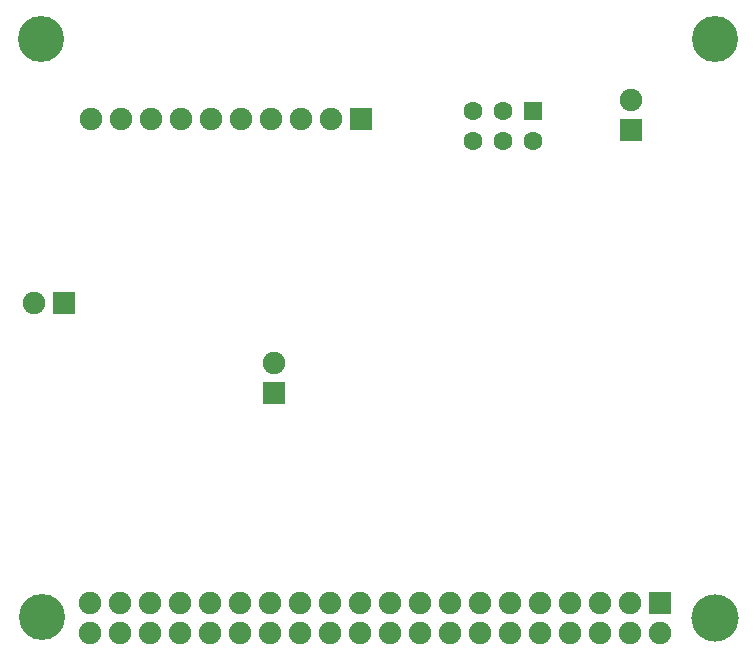
<source format=gbr>
G04 DipTrace 3.3.1.3*
G04 BottomMask.gbr*
%MOIN*%
G04 #@! TF.FileFunction,Soldermask,Bot*
G04 #@! TF.Part,Single*
%ADD30C,0.15748*%
%ADD31C,0.153543*%
%ADD41C,0.062998*%
%ADD43R,0.062998X0.062998*%
%ADD45C,0.074809*%
%ADD47R,0.074809X0.074809*%
%FSLAX26Y26*%
G04*
G70*
G90*
G75*
G01*
G04 BotMask*
%LPD*%
D30*
X2774802Y531056D3*
D31*
X531747Y532533D3*
X528407Y2459885D3*
X2775124Y2460364D3*
D47*
X1306200Y1281200D3*
D45*
Y1381200D3*
D47*
X2591598Y579489D3*
D45*
Y479489D3*
X2491598Y579489D3*
Y479489D3*
X2391598Y579489D3*
Y479489D3*
X2291598Y579489D3*
Y479489D3*
X2191598Y579489D3*
Y479489D3*
X2091598Y579489D3*
Y479489D3*
X1991598Y579489D3*
Y479489D3*
X1891598Y579489D3*
Y479489D3*
X1791598Y579489D3*
Y479489D3*
X1691598Y579489D3*
Y479489D3*
X1591598Y579489D3*
Y479489D3*
X1491598Y579489D3*
Y479489D3*
X1391598Y579489D3*
Y479489D3*
X1291598Y579489D3*
Y479489D3*
X1191598Y579489D3*
Y479489D3*
X1091598Y579489D3*
Y479489D3*
X991598Y579489D3*
Y479489D3*
X891598Y579489D3*
Y479489D3*
X791598Y579489D3*
Y479489D3*
X691598Y579489D3*
Y479489D3*
D47*
X1593700Y2193700D3*
D45*
X1493700D3*
X1393700D3*
X1293700D3*
X1193700D3*
X1093700D3*
X993700D3*
X893700D3*
X793700D3*
X693700D3*
D47*
X2493700Y2156200D3*
D45*
Y2256200D3*
D43*
X2168700Y2218700D3*
D41*
X2068700D3*
X1968700D3*
X2168700Y2118700D3*
X2068700D3*
X1968700D3*
D47*
X606200Y1581200D3*
D45*
X506200D3*
M02*

</source>
